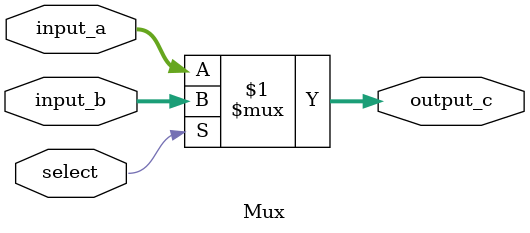
<source format=v>
module Mux(
    input [31:0] input_a,
    input [31:0] input_b,
    input select,
    output [31:0] output_c
);

    assign output_c = (select) ? input_b : input_a;

endmodule

</source>
